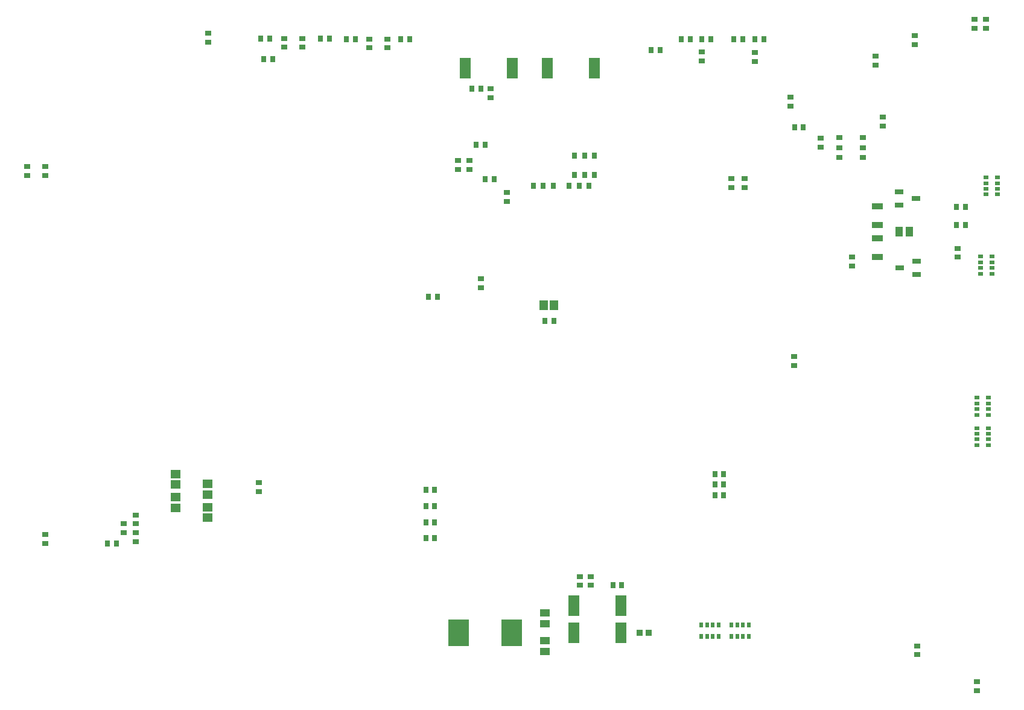
<source format=gbp>
G04*
G04 #@! TF.GenerationSoftware,Altium Limited,Altium Designer,19.0.10 (269)*
G04*
G04 Layer_Color=128*
%FSLAX43Y43*%
%MOMM*%
G71*
G01*
G75*
%ADD36R,0.850X0.750*%
%ADD41R,0.900X0.750*%
%ADD42R,0.850X0.700*%
%ADD43R,0.900X0.800*%
%ADD45R,0.700X0.850*%
%ADD46R,0.800X0.900*%
%ADD47R,1.350X1.150*%
%ADD135R,3.000X3.810*%
%ADD136R,0.750X0.900*%
%ADD137R,0.750X0.850*%
%ADD138R,0.850X0.900*%
%ADD139R,1.350X1.050*%
%ADD140R,1.100X1.350*%
%ADD141R,1.150X1.350*%
%ADD142R,1.200X0.800*%
%ADD143R,1.550X0.900*%
%ADD144R,1.500X3.000*%
%ADD145R,0.700X0.500*%
%ADD146R,0.500X0.700*%
D36*
X163050Y135875D02*
D03*
Y137125D02*
D03*
D41*
X189250Y55125D02*
D03*
Y53875D02*
D03*
X180830Y60125D02*
D03*
Y58875D02*
D03*
X81330Y144875D02*
D03*
Y146125D02*
D03*
X71230Y78500D02*
D03*
Y77250D02*
D03*
X58530Y75750D02*
D03*
Y74500D02*
D03*
X88425Y81793D02*
D03*
Y83043D02*
D03*
X171700Y113475D02*
D03*
Y114725D02*
D03*
X186480Y114675D02*
D03*
Y115925D02*
D03*
X163600Y99475D02*
D03*
Y100725D02*
D03*
X118000Y128225D02*
D03*
Y126975D02*
D03*
X156650Y124475D02*
D03*
Y125725D02*
D03*
D42*
X119650Y110425D02*
D03*
Y111675D02*
D03*
X188900Y148050D02*
D03*
Y146800D02*
D03*
X123300Y123790D02*
D03*
Y122540D02*
D03*
X176000Y134375D02*
D03*
Y133125D02*
D03*
X121000Y137100D02*
D03*
Y138350D02*
D03*
X150610Y142250D02*
D03*
Y143500D02*
D03*
X158070Y142175D02*
D03*
Y143425D02*
D03*
X167250Y130125D02*
D03*
Y131375D02*
D03*
X190500Y146800D02*
D03*
Y148050D02*
D03*
X71230Y76000D02*
D03*
Y74750D02*
D03*
X55990Y127375D02*
D03*
Y126125D02*
D03*
X58530Y127375D02*
D03*
Y126125D02*
D03*
X69500Y76000D02*
D03*
Y77250D02*
D03*
X94540Y145400D02*
D03*
Y144150D02*
D03*
X92000D02*
D03*
Y145400D02*
D03*
X106540Y145300D02*
D03*
Y144050D02*
D03*
X104000D02*
D03*
Y145300D02*
D03*
X133500Y69875D02*
D03*
Y68625D02*
D03*
X154800Y125725D02*
D03*
Y124475D02*
D03*
X116400Y126995D02*
D03*
Y128245D02*
D03*
D43*
X173215Y130050D02*
D03*
Y131450D02*
D03*
Y128650D02*
D03*
X175000Y142875D02*
D03*
Y141625D02*
D03*
X169875Y128650D02*
D03*
Y131450D02*
D03*
Y130050D02*
D03*
X180500Y145750D02*
D03*
Y144500D02*
D03*
X135000Y69875D02*
D03*
Y68625D02*
D03*
D45*
X121500Y125600D02*
D03*
X120250D02*
D03*
X113075Y79750D02*
D03*
X111925D02*
D03*
X119600Y138350D02*
D03*
X118350D02*
D03*
X150610Y145250D02*
D03*
X151860D02*
D03*
X158070Y145300D02*
D03*
X159320D02*
D03*
X113125Y75250D02*
D03*
X111875D02*
D03*
Y82000D02*
D03*
X113125D02*
D03*
X111925Y77500D02*
D03*
X113075D02*
D03*
X152445Y81268D02*
D03*
X153695D02*
D03*
Y82768D02*
D03*
X152445D02*
D03*
X138125Y68650D02*
D03*
X139375D02*
D03*
D46*
X102000Y145300D02*
D03*
X147750Y145250D02*
D03*
X149000D02*
D03*
X134800Y124700D02*
D03*
X132000D02*
D03*
X133400D02*
D03*
X126950D02*
D03*
X129750D02*
D03*
X128350D02*
D03*
X135573Y128950D02*
D03*
X132773D02*
D03*
X134173D02*
D03*
X135573Y126200D02*
D03*
X132773D02*
D03*
X134173D02*
D03*
X163625Y132950D02*
D03*
X164875D02*
D03*
X156370Y145300D02*
D03*
X155120D02*
D03*
X100750D02*
D03*
X97125Y145400D02*
D03*
X98375D02*
D03*
X108375Y145300D02*
D03*
X109625D02*
D03*
X90000Y145400D02*
D03*
X88750D02*
D03*
X187625Y121750D02*
D03*
X186375D02*
D03*
X187625Y119210D02*
D03*
X186375D02*
D03*
X152445Y84268D02*
D03*
X153695D02*
D03*
D47*
X81250Y79592D02*
D03*
Y78143D02*
D03*
X76750Y79525D02*
D03*
Y80975D02*
D03*
X81250Y82842D02*
D03*
Y81393D02*
D03*
X76750Y82775D02*
D03*
Y84225D02*
D03*
D135*
X116500Y62000D02*
D03*
X123900D02*
D03*
D136*
X112275Y109125D02*
D03*
X113525D02*
D03*
X90375Y142500D02*
D03*
X89125D02*
D03*
X144750Y143750D02*
D03*
X143500D02*
D03*
X67250Y74500D02*
D03*
X68500D02*
D03*
X129875Y105750D02*
D03*
X128625D02*
D03*
D137*
X118975Y130500D02*
D03*
X120225D02*
D03*
D138*
X143150Y62000D02*
D03*
X141850D02*
D03*
D139*
X128625Y60875D02*
D03*
Y59375D02*
D03*
Y64750D02*
D03*
Y63250D02*
D03*
D140*
X179700Y118250D02*
D03*
X178300D02*
D03*
D141*
X128425Y107960D02*
D03*
X129875D02*
D03*
D142*
X180690Y122920D02*
D03*
X178290Y123870D02*
D03*
Y121970D02*
D03*
X180750Y114130D02*
D03*
Y112230D02*
D03*
X178350Y113180D02*
D03*
D143*
X175250Y114675D02*
D03*
Y117325D02*
D03*
Y121825D02*
D03*
Y119175D02*
D03*
D144*
X117400Y141250D02*
D03*
X124000D02*
D03*
X128950D02*
D03*
X135550D02*
D03*
X132700Y65750D02*
D03*
X139300D02*
D03*
X132700Y62000D02*
D03*
X139300D02*
D03*
D145*
X192100Y125080D02*
D03*
Y124280D02*
D03*
Y123480D02*
D03*
Y125880D02*
D03*
X190500Y125080D02*
D03*
Y124280D02*
D03*
Y123480D02*
D03*
Y125880D02*
D03*
X189700Y114779D02*
D03*
Y112379D02*
D03*
Y113179D02*
D03*
Y113979D02*
D03*
X191300Y114779D02*
D03*
Y112379D02*
D03*
Y113179D02*
D03*
Y113979D02*
D03*
X189200Y94950D02*
D03*
Y92550D02*
D03*
Y93350D02*
D03*
Y94150D02*
D03*
X190800Y94950D02*
D03*
Y92550D02*
D03*
Y93350D02*
D03*
Y94150D02*
D03*
X189200Y90700D02*
D03*
Y88300D02*
D03*
Y89100D02*
D03*
Y89900D02*
D03*
X190800Y90700D02*
D03*
Y88300D02*
D03*
Y89100D02*
D03*
Y89900D02*
D03*
D146*
X157200Y63050D02*
D03*
X154800D02*
D03*
X155600D02*
D03*
X156400D02*
D03*
X157200Y61450D02*
D03*
X154800D02*
D03*
X155600D02*
D03*
X156400D02*
D03*
X152950Y63050D02*
D03*
X150550D02*
D03*
X151350D02*
D03*
X152150D02*
D03*
X152950Y61450D02*
D03*
X150550D02*
D03*
X151350D02*
D03*
X152150D02*
D03*
M02*

</source>
